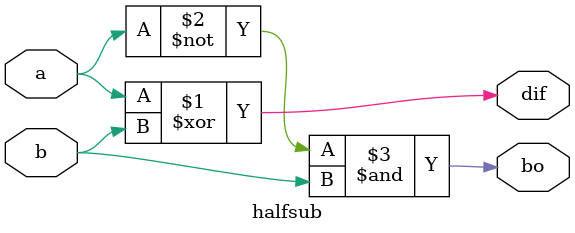
<source format=v>
module fullsub(a, b, bin, dif, bout);
  input a, b, bin;
  output dif, bout;
  wire d0, b0, b1;

  halfsub hs0 (
    .a(a),
    .b(b),
    .dif(d0),
    .bo(b0)
  );

  halfsub hs1 (
    .a(d0),
    .b(bin),
    .dif(dif),
    .bo(b1)
  );

  assign bout = b0 | b1;

endmodule

module halfsub(a, b, dif, bo);
  input a, b;
  output dif, bo;

  assign dif = a ^ b;
  assign bo = (~a) & b;
endmodule

</source>
